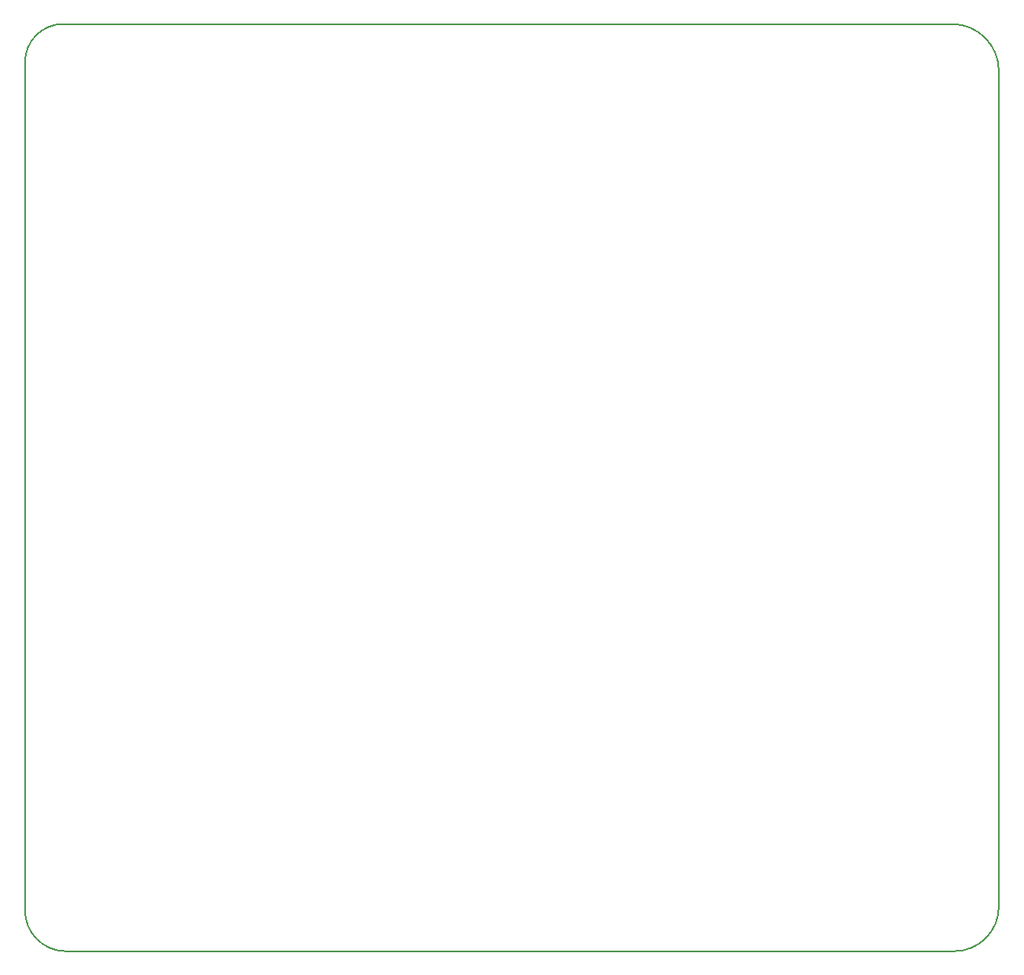
<source format=gko>
G04*
G04 #@! TF.GenerationSoftware,Altium Limited,Altium Designer,21.3.2 (30)*
G04*
G04 Layer_Color=16711935*
%FSTAX25Y25*%
%MOIN*%
G70*
G04*
G04 #@! TF.SameCoordinates,EB2CAA8E-72F9-4FA4-A601-E6806EDF6347*
G04*
G04*
G04 #@! TF.FilePolarity,Positive*
G04*
G01*
G75*
%ADD13C,0.00500*%
D13*
X0521975Y0078299D02*
G03*
X0540886Y009721I0J0018911D01*
G01*
X0143708Y0472D02*
G03*
X01275Y0455792I0J-0016208D01*
G01*
Y00956D02*
G03*
X0144801Y0078299I0017301J0D01*
G01*
X0540886Y0452058D02*
G03*
X0520944Y0472I-0019942J0D01*
G01*
X0540936Y009686D02*
X0540936Y0451708D01*
X0144801Y0078299D02*
X0521975D01*
X01275Y00956D02*
Y0455792D01*
X0143708Y0472D02*
X0520944D01*
M02*

</source>
